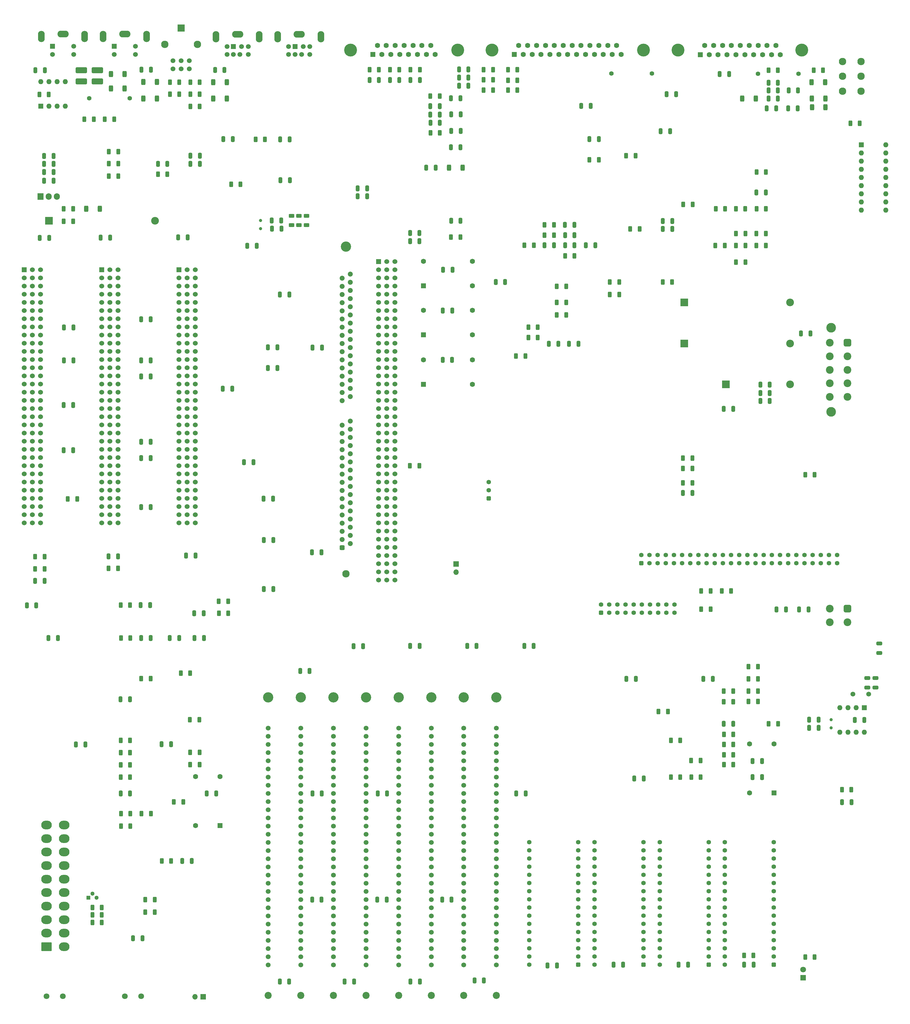
<source format=gbr>
%TF.GenerationSoftware,KiCad,Pcbnew,7.0.9*%
%TF.CreationDate,2024-06-15T20:43:59+01:00*%
%TF.ProjectId,IIci_Reloaded,49496369-5f52-4656-9c6f-616465642e6b,rev?*%
%TF.SameCoordinates,Original*%
%TF.FileFunction,Soldermask,Bot*%
%TF.FilePolarity,Negative*%
%FSLAX46Y46*%
G04 Gerber Fmt 4.6, Leading zero omitted, Abs format (unit mm)*
G04 Created by KiCad (PCBNEW 7.0.9) date 2024-06-15 20:43:59*
%MOMM*%
%LPD*%
G01*
G04 APERTURE LIST*
G04 Aperture macros list*
%AMRoundRect*
0 Rectangle with rounded corners*
0 $1 Rounding radius*
0 $2 $3 $4 $5 $6 $7 $8 $9 X,Y pos of 4 corners*
0 Add a 4 corners polygon primitive as box body*
4,1,4,$2,$3,$4,$5,$6,$7,$8,$9,$2,$3,0*
0 Add four circle primitives for the rounded corners*
1,1,$1+$1,$2,$3*
1,1,$1+$1,$4,$5*
1,1,$1+$1,$6,$7*
1,1,$1+$1,$8,$9*
0 Add four rect primitives between the rounded corners*
20,1,$1+$1,$2,$3,$4,$5,0*
20,1,$1+$1,$4,$5,$6,$7,0*
20,1,$1+$1,$6,$7,$8,$9,0*
20,1,$1+$1,$8,$9,$2,$3,0*%
G04 Aperture macros list end*
%ADD10R,1.600000X1.600000*%
%ADD11O,1.600000X1.600000*%
%ADD12R,2.400000X2.400000*%
%ADD13O,2.400000X2.400000*%
%ADD14RoundRect,0.350000X0.350000X-0.350000X0.350000X0.350000X-0.350000X0.350000X-0.350000X-0.350000X0*%
%ADD15C,1.400000*%
%ADD16O,2.100000X3.500000*%
%ADD17O,3.500000X2.100000*%
%ADD18R,1.500000X1.500000*%
%ADD19C,1.500000*%
%ADD20C,3.000000*%
%ADD21RoundRect,0.600000X-0.600000X0.600000X-0.600000X-0.600000X0.600000X-0.600000X0.600000X0.600000X0*%
%ADD22C,2.400000*%
%ADD23C,3.200000*%
%ADD24C,2.200000*%
%ADD25C,1.600000*%
%ADD26R,1.300000X1.300000*%
%ADD27C,1.300000*%
%ADD28C,1.000000*%
%ADD29R,1.524000X1.524000*%
%ADD30C,1.524000*%
%ADD31RoundRect,0.350000X0.350000X0.350000X-0.350000X0.350000X-0.350000X-0.350000X0.350000X-0.350000X0*%
%ADD32R,1.800000X1.800000*%
%ADD33C,1.800000*%
%ADD34R,1.905000X2.000000*%
%ADD35O,1.905000X2.000000*%
%ADD36C,4.000000*%
%ADD37RoundRect,0.380000X-0.420000X0.380000X-0.420000X-0.380000X0.420000X-0.380000X0.420000X0.380000X0*%
%ADD38O,1.600000X1.520000*%
%ADD39C,2.300000*%
%ADD40R,1.700000X1.700000*%
%ADD41O,1.700000X1.700000*%
%ADD42R,2.300000X2.300000*%
%ADD43RoundRect,0.250001X1.399999X-1.099999X1.399999X1.099999X-1.399999X1.099999X-1.399999X-1.099999X0*%
%ADD44O,3.300000X2.700000*%
%ADD45RoundRect,0.250000X-0.312500X-0.625000X0.312500X-0.625000X0.312500X0.625000X-0.312500X0.625000X0*%
%ADD46RoundRect,0.250000X-0.325000X-0.650000X0.325000X-0.650000X0.325000X0.650000X-0.325000X0.650000X0*%
%ADD47RoundRect,0.250000X0.312500X0.625000X-0.312500X0.625000X-0.312500X-0.625000X0.312500X-0.625000X0*%
%ADD48RoundRect,0.250000X0.325000X0.650000X-0.325000X0.650000X-0.325000X-0.650000X0.325000X-0.650000X0*%
%ADD49RoundRect,0.249999X-0.387501X-0.700001X0.387501X-0.700001X0.387501X0.700001X-0.387501X0.700001X0*%
%ADD50RoundRect,0.250000X0.650000X-0.325000X0.650000X0.325000X-0.650000X0.325000X-0.650000X-0.325000X0*%
%ADD51RoundRect,0.249999X0.387501X0.700001X-0.387501X0.700001X-0.387501X-0.700001X0.387501X-0.700001X0*%
%ADD52RoundRect,0.250000X0.625000X-0.312500X0.625000X0.312500X-0.625000X0.312500X-0.625000X-0.312500X0*%
%ADD53RoundRect,0.250000X-1.500000X-0.650000X1.500000X-0.650000X1.500000X0.650000X-1.500000X0.650000X0*%
%ADD54RoundRect,0.250000X-0.650000X0.325000X-0.650000X-0.325000X0.650000X-0.325000X0.650000X0.325000X0*%
G04 APERTURE END LIST*
D10*
%TO.C,U1*%
X880364000Y30734000D03*
D11*
X880364000Y28194000D03*
X880364000Y25654000D03*
X880364000Y23114000D03*
X880364000Y20574000D03*
X880364000Y18034000D03*
X880364000Y15494000D03*
X880364000Y12954000D03*
X880364000Y10414000D03*
X887984000Y10414000D03*
X887984000Y12954000D03*
X887984000Y15494000D03*
X887984000Y18034000D03*
X887984000Y20574000D03*
X887984000Y23114000D03*
X887984000Y25654000D03*
X887984000Y28194000D03*
X887984000Y30734000D03*
%TD*%
D12*
%TO.C,C8*%
X627464600Y7137400D03*
D13*
X660464600Y7137400D03*
%TD*%
D14*
%TO.C,J16*%
X811880600Y-99390200D03*
D15*
X811880600Y-96850200D03*
X814420600Y-99390200D03*
X814420600Y-96850200D03*
X816960600Y-99390200D03*
X816960600Y-96850200D03*
X819500600Y-99390200D03*
X819500600Y-96850200D03*
X822040600Y-99390200D03*
X822040600Y-96850200D03*
X824580600Y-99390200D03*
X824580600Y-96850200D03*
X827120600Y-99390200D03*
X827120600Y-96850200D03*
X829660600Y-99390200D03*
X829660600Y-96850200D03*
X832200600Y-99390200D03*
X832200600Y-96850200D03*
X834740600Y-99390200D03*
X834740600Y-96850200D03*
X837280600Y-99390200D03*
X837280600Y-96850200D03*
X839820600Y-99390200D03*
X839820600Y-96850200D03*
X842360600Y-99390200D03*
X842360600Y-96850200D03*
X844900600Y-99390200D03*
X844900600Y-96850200D03*
X847440600Y-99390200D03*
X847440600Y-96850200D03*
X849980600Y-99390200D03*
X849980600Y-96850200D03*
X852520600Y-99390200D03*
X852520600Y-96850200D03*
X855060600Y-99390200D03*
X855060600Y-96850200D03*
X857600600Y-99390200D03*
X857600600Y-96850200D03*
X860140600Y-99390200D03*
X860140600Y-96850200D03*
X862680600Y-99390200D03*
X862680600Y-96850200D03*
X865220600Y-99390200D03*
X865220600Y-96850200D03*
X867760600Y-99390200D03*
X867760600Y-96850200D03*
X870300600Y-99390200D03*
X870300600Y-96850200D03*
X872840600Y-99390200D03*
X872840600Y-96850200D03*
%TD*%
D12*
%TO.C,C17*%
X838216000Y-43801800D03*
D13*
X858216000Y-43801800D03*
%TD*%
D16*
%TO.C,J1*%
X625093400Y64416400D03*
D17*
X631843400Y65166400D03*
D16*
X638593400Y64416400D03*
D18*
X628543400Y61366400D03*
D19*
X635143400Y61366400D03*
X628543400Y58866400D03*
X635143400Y58866400D03*
%TD*%
D20*
%TO.C,J14*%
X871002600Y-26161000D03*
X871002600Y-52361000D03*
D21*
X876042600Y-30861000D03*
D22*
X876042600Y-35061000D03*
X876042600Y-39261000D03*
X876042600Y-43461000D03*
X876042600Y-47661000D03*
X870542600Y-30861000D03*
X870542600Y-35061000D03*
X870542600Y-39261000D03*
X870542600Y-43461000D03*
X870542600Y-47661000D03*
%TD*%
D16*
%TO.C,J2*%
X644346600Y64391000D03*
D17*
X651096600Y65141000D03*
D16*
X657846600Y64391000D03*
D18*
X647796600Y61341000D03*
D19*
X654396600Y61341000D03*
X647796600Y58841000D03*
X654396600Y58841000D03*
%TD*%
%TO.C,J20*%
X726194400Y-224358200D03*
X726194400Y-221818200D03*
X726194400Y-219278200D03*
X726194400Y-216738200D03*
X726194400Y-214198200D03*
X726194400Y-211658200D03*
X726194400Y-209118200D03*
X726194400Y-206578200D03*
X726194400Y-204038200D03*
X726194400Y-201498200D03*
X726194400Y-198958200D03*
X726194400Y-196418200D03*
X726194400Y-193878200D03*
X726194400Y-191338200D03*
X726194400Y-188798200D03*
X726194400Y-186258200D03*
X726194400Y-183718200D03*
X726194400Y-181178200D03*
X726194400Y-178638200D03*
X726194400Y-176098200D03*
X726194400Y-173558200D03*
X726194400Y-171018200D03*
X726194400Y-168478200D03*
X726194400Y-165938200D03*
X726194400Y-163398200D03*
X726194400Y-160858200D03*
X726194400Y-158318200D03*
X726194400Y-155778200D03*
X726194400Y-153238200D03*
X726194400Y-150698200D03*
X716034400Y-224358200D03*
X716034400Y-221818200D03*
X716034400Y-219278200D03*
X716034400Y-216738200D03*
X716034400Y-214198200D03*
X716034400Y-211658200D03*
X716034400Y-209118200D03*
X716034400Y-206578200D03*
X716034400Y-204038200D03*
X716034400Y-201498200D03*
X716034400Y-198958200D03*
X716034400Y-196418200D03*
X716034400Y-193878200D03*
X716034400Y-191338200D03*
X716034400Y-188798200D03*
X716034400Y-186258200D03*
X716034400Y-183718200D03*
X716034400Y-181178200D03*
X716034400Y-178638200D03*
X716034400Y-176098200D03*
X716034400Y-173558200D03*
X716034400Y-171018200D03*
X716034400Y-168478200D03*
X716034400Y-165938200D03*
X716034400Y-163398200D03*
X716034400Y-160858200D03*
X716034400Y-158318200D03*
X716034400Y-155778200D03*
X716034400Y-153238200D03*
X716034400Y-150698200D03*
D23*
X716034400Y-141173200D03*
D24*
X716034400Y-233883200D03*
D23*
X726194400Y-141173200D03*
D24*
X726194400Y-233883200D03*
%TD*%
D10*
%TO.C,Y4*%
X744076000Y-43764200D03*
D25*
X759316000Y-43764200D03*
X759316000Y-36144200D03*
X744076000Y-36144200D03*
%TD*%
D26*
%TO.C,Q6*%
X639749800Y-203504800D03*
D27*
X641019800Y-202234800D03*
X642289800Y-203504800D03*
%TD*%
D28*
%TO.C,Y1*%
X693377600Y4648200D03*
X693377600Y7188200D03*
%TD*%
D29*
%TO.C,J9*%
X619743000Y-8153400D03*
D30*
X619743000Y-10693400D03*
X619743000Y-13233400D03*
X619743000Y-15773400D03*
X619743000Y-18313400D03*
X619743000Y-20853400D03*
X619743000Y-23393400D03*
X619743000Y-25933400D03*
X619743000Y-28473400D03*
X619743000Y-31013400D03*
X619743000Y-33553400D03*
X619743000Y-36093400D03*
X619743000Y-38633400D03*
X619743000Y-41173400D03*
X619743000Y-43713400D03*
X619743000Y-46253400D03*
X619743000Y-48793400D03*
X619743000Y-51333400D03*
X619743000Y-53873400D03*
X619743000Y-56413400D03*
X619743000Y-58953400D03*
X619743000Y-61493400D03*
X619743000Y-64033400D03*
X619743000Y-66573400D03*
X619743000Y-69113400D03*
X619743000Y-71653400D03*
X619743000Y-74193400D03*
X619743000Y-76733400D03*
X619743000Y-79273400D03*
X619743000Y-81813400D03*
X619743000Y-84353400D03*
X619743000Y-86893400D03*
X622283000Y-8153400D03*
X622283000Y-10693400D03*
X622283000Y-13233400D03*
X622283000Y-15773400D03*
X622283000Y-18313400D03*
X622283000Y-20853400D03*
X622283000Y-23393400D03*
X622283000Y-25933400D03*
X622283000Y-28473400D03*
X622283000Y-31013400D03*
X622283000Y-33553400D03*
X622283000Y-36093400D03*
X622283000Y-38633400D03*
X622283000Y-41173400D03*
X622283000Y-43713400D03*
X622283000Y-46253400D03*
X622283000Y-48793400D03*
X622283000Y-51333400D03*
X622283000Y-53873400D03*
X622283000Y-56413400D03*
X622283000Y-58953400D03*
X622283000Y-61493400D03*
X622283000Y-64033400D03*
X622283000Y-66573400D03*
X622283000Y-69113400D03*
X622283000Y-71653400D03*
X622283000Y-74193400D03*
X622283000Y-76733400D03*
X622283000Y-79273400D03*
X622283000Y-81813400D03*
X622283000Y-84353400D03*
X622283000Y-86893400D03*
X624823000Y-8153400D03*
X624823000Y-10693400D03*
X624823000Y-13233400D03*
X624823000Y-15773400D03*
X624823000Y-18313400D03*
X624823000Y-20853400D03*
X624823000Y-23393400D03*
X624823000Y-25933400D03*
X624823000Y-28473400D03*
X624823000Y-31013400D03*
X624823000Y-33553400D03*
X624823000Y-36093400D03*
X624823000Y-38633400D03*
X624823000Y-41173400D03*
X624823000Y-43713400D03*
X624823000Y-46253400D03*
X624823000Y-48793400D03*
X624823000Y-51333400D03*
X624823000Y-53873400D03*
X624823000Y-56413400D03*
X624823000Y-58953400D03*
X624823000Y-61493400D03*
X624823000Y-64033400D03*
X624823000Y-66573400D03*
X624823000Y-69113400D03*
X624823000Y-71653400D03*
X624823000Y-74193400D03*
X624823000Y-76733400D03*
X624823000Y-79273400D03*
X624823000Y-81813400D03*
X624823000Y-84353400D03*
X624823000Y-86893400D03*
%TD*%
D31*
%TO.C,UM11*%
X832849000Y-224256600D03*
D15*
X832849000Y-221716600D03*
X832849000Y-219176600D03*
X832849000Y-216636600D03*
X832849000Y-214096600D03*
X832849000Y-211556600D03*
X832849000Y-209016600D03*
X832849000Y-206476600D03*
X832849000Y-203936600D03*
X832849000Y-201396600D03*
X832849000Y-198856600D03*
X832849000Y-196316600D03*
X832849000Y-193776600D03*
X832849000Y-191236600D03*
X832849000Y-188696600D03*
X832849000Y-186156600D03*
X817609000Y-186156600D03*
X817609000Y-188696600D03*
X817609000Y-191236600D03*
X817609000Y-193776600D03*
X817609000Y-196316600D03*
X817609000Y-198856600D03*
X817609000Y-201396600D03*
X817609000Y-203936600D03*
X817609000Y-206476600D03*
X817609000Y-209016600D03*
X817609000Y-211556600D03*
X817609000Y-214096600D03*
X817609000Y-216636600D03*
X817609000Y-219176600D03*
X817609000Y-221716600D03*
X817609000Y-224256600D03*
%TD*%
D12*
%TO.C,C15*%
X825223600Y-31064200D03*
D13*
X858223600Y-31064200D03*
%TD*%
D32*
%TO.C,DS1*%
X862236800Y-228320600D03*
D33*
X862236800Y-225780600D03*
%TD*%
D28*
%TO.C,Y5*%
X870942600Y-148052000D03*
X870942600Y-150592000D03*
%TD*%
D10*
%TO.C,Y6*%
X853169000Y-170840400D03*
D25*
X853169000Y-155600400D03*
X845549000Y-155600400D03*
X845549000Y-170840400D03*
%TD*%
D19*
%TO.C,J22*%
X766783600Y-224358200D03*
X766783600Y-221818200D03*
X766783600Y-219278200D03*
X766783600Y-216738200D03*
X766783600Y-214198200D03*
X766783600Y-211658200D03*
X766783600Y-209118200D03*
X766783600Y-206578200D03*
X766783600Y-204038200D03*
X766783600Y-201498200D03*
X766783600Y-198958200D03*
X766783600Y-196418200D03*
X766783600Y-193878200D03*
X766783600Y-191338200D03*
X766783600Y-188798200D03*
X766783600Y-186258200D03*
X766783600Y-183718200D03*
X766783600Y-181178200D03*
X766783600Y-178638200D03*
X766783600Y-176098200D03*
X766783600Y-173558200D03*
X766783600Y-171018200D03*
X766783600Y-168478200D03*
X766783600Y-165938200D03*
X766783600Y-163398200D03*
X766783600Y-160858200D03*
X766783600Y-158318200D03*
X766783600Y-155778200D03*
X766783600Y-153238200D03*
X766783600Y-150698200D03*
X756623600Y-224358200D03*
X756623600Y-221818200D03*
X756623600Y-219278200D03*
X756623600Y-216738200D03*
X756623600Y-214198200D03*
X756623600Y-211658200D03*
X756623600Y-209118200D03*
X756623600Y-206578200D03*
X756623600Y-204038200D03*
X756623600Y-201498200D03*
X756623600Y-198958200D03*
X756623600Y-196418200D03*
X756623600Y-193878200D03*
X756623600Y-191338200D03*
X756623600Y-188798200D03*
X756623600Y-186258200D03*
X756623600Y-183718200D03*
X756623600Y-181178200D03*
X756623600Y-178638200D03*
X756623600Y-176098200D03*
X756623600Y-173558200D03*
X756623600Y-171018200D03*
X756623600Y-168478200D03*
X756623600Y-165938200D03*
X756623600Y-163398200D03*
X756623600Y-160858200D03*
X756623600Y-158318200D03*
X756623600Y-155778200D03*
X756623600Y-153238200D03*
X756623600Y-150698200D03*
D23*
X756623600Y-141173200D03*
D24*
X756623600Y-233883200D03*
D23*
X766783600Y-141173200D03*
D24*
X766783600Y-233883200D03*
%TD*%
D34*
%TO.C,QZ2*%
X624848400Y14655800D03*
D35*
X627388400Y14655800D03*
X629928400Y14655800D03*
%TD*%
D31*
%TO.C,UM10*%
X812529000Y-224256600D03*
D15*
X812529000Y-221716600D03*
X812529000Y-219176600D03*
X812529000Y-216636600D03*
X812529000Y-214096600D03*
X812529000Y-211556600D03*
X812529000Y-209016600D03*
X812529000Y-206476600D03*
X812529000Y-203936600D03*
X812529000Y-201396600D03*
X812529000Y-198856600D03*
X812529000Y-196316600D03*
X812529000Y-193776600D03*
X812529000Y-191236600D03*
X812529000Y-188696600D03*
X812529000Y-186156600D03*
X797289000Y-186156600D03*
X797289000Y-188696600D03*
X797289000Y-191236600D03*
X797289000Y-193776600D03*
X797289000Y-196316600D03*
X797289000Y-198856600D03*
X797289000Y-201396600D03*
X797289000Y-203936600D03*
X797289000Y-206476600D03*
X797289000Y-209016600D03*
X797289000Y-211556600D03*
X797289000Y-214096600D03*
X797289000Y-216636600D03*
X797289000Y-219176600D03*
X797289000Y-221716600D03*
X797289000Y-224256600D03*
%TD*%
D10*
%TO.C,U2*%
X881303800Y-144348200D03*
D11*
X878763800Y-144348200D03*
X876223800Y-144348200D03*
X873683800Y-144348200D03*
X873683800Y-151968200D03*
X876223800Y-151968200D03*
X878763800Y-151968200D03*
X881303800Y-151968200D03*
%TD*%
D16*
%TO.C,J5*%
X698647600Y64365600D03*
D17*
X705397600Y65115600D03*
D16*
X712147600Y64365600D03*
D18*
X704097600Y61315600D03*
D19*
X706597600Y61315600D03*
X702097600Y61315600D03*
X704097600Y58815600D03*
X708697600Y61315600D03*
X702097600Y58815600D03*
X706097600Y58815600D03*
X708697600Y58815600D03*
%TD*%
D16*
%TO.C,J4*%
X679456000Y64365600D03*
D17*
X686206000Y65115600D03*
D16*
X692956000Y64365600D03*
D18*
X684906000Y61315600D03*
D19*
X687406000Y61315600D03*
X682906000Y61315600D03*
X684906000Y58815600D03*
X689506000Y61315600D03*
X682906000Y58815600D03*
X686906000Y58815600D03*
X689506000Y58815600D03*
%TD*%
D14*
%TO.C,J17*%
X799333000Y-114808000D03*
D15*
X799333000Y-112268000D03*
X801873000Y-114808000D03*
X801873000Y-112268000D03*
X804413000Y-114808000D03*
X804413000Y-112268000D03*
X806953000Y-114808000D03*
X806953000Y-112268000D03*
X809493000Y-114808000D03*
X809493000Y-112268000D03*
X812033000Y-114808000D03*
X812033000Y-112268000D03*
X814573000Y-114808000D03*
X814573000Y-112268000D03*
X817113000Y-114808000D03*
X817113000Y-112268000D03*
X819653000Y-114808000D03*
X819653000Y-112268000D03*
X822193000Y-114808000D03*
X822193000Y-112268000D03*
%TD*%
D10*
%TO.C,L1*%
X624962000Y42722800D03*
D11*
X627502000Y42722800D03*
X630042000Y42722800D03*
X632582000Y42722800D03*
X632582000Y50342800D03*
X630042000Y50342800D03*
X627502000Y50342800D03*
X624962000Y50342800D03*
%TD*%
D10*
%TO.C,Y2*%
X744076000Y-13131800D03*
D25*
X759316000Y-13131800D03*
X759316000Y-5511800D03*
X744076000Y-5511800D03*
%TD*%
D31*
%TO.C,J15*%
X764421400Y-79273400D03*
D15*
X764421400Y-76733400D03*
X764421400Y-74193400D03*
%TD*%
D31*
%TO.C,UM9*%
X792209000Y-224256600D03*
D15*
X792209000Y-221716600D03*
X792209000Y-219176600D03*
X792209000Y-216636600D03*
X792209000Y-214096600D03*
X792209000Y-211556600D03*
X792209000Y-209016600D03*
X792209000Y-206476600D03*
X792209000Y-203936600D03*
X792209000Y-201396600D03*
X792209000Y-198856600D03*
X792209000Y-196316600D03*
X792209000Y-193776600D03*
X792209000Y-191236600D03*
X792209000Y-188696600D03*
X792209000Y-186156600D03*
X776969000Y-186156600D03*
X776969000Y-188696600D03*
X776969000Y-191236600D03*
X776969000Y-193776600D03*
X776969000Y-196316600D03*
X776969000Y-198856600D03*
X776969000Y-201396600D03*
X776969000Y-203936600D03*
X776969000Y-206476600D03*
X776969000Y-209016600D03*
X776969000Y-211556600D03*
X776969000Y-214096600D03*
X776969000Y-216636600D03*
X776969000Y-219176600D03*
X776969000Y-221716600D03*
X776969000Y-224256600D03*
%TD*%
D10*
%TO.C,Y7*%
X680728400Y-181000400D03*
D25*
X680728400Y-165760400D03*
X673108400Y-165760400D03*
X673108400Y-181000400D03*
%TD*%
D36*
%TO.C,J8*%
X861818400Y60195600D03*
X823318400Y60195600D03*
D10*
X830248400Y58775600D03*
D25*
X833018400Y58775600D03*
X835788400Y58775600D03*
X838558400Y58775600D03*
X841328400Y58775600D03*
X844098400Y58775600D03*
X846868400Y58775600D03*
X849638400Y58775600D03*
X852408400Y58775600D03*
X855178400Y58775600D03*
X831633400Y61615600D03*
X834403400Y61615600D03*
X837173400Y61615600D03*
X839943400Y61615600D03*
X842713400Y61615600D03*
X845483400Y61615600D03*
X848253400Y61615600D03*
X851023400Y61615600D03*
X853793400Y61615600D03*
%TD*%
D37*
%TO.C,J12*%
X718777600Y-94564200D03*
D38*
X721317600Y-93294200D03*
X718777600Y-92024200D03*
X721317600Y-90754200D03*
X718777600Y-89484200D03*
X721317600Y-88214200D03*
X718777600Y-86944200D03*
X721317600Y-85674200D03*
X718777600Y-84404200D03*
X721317600Y-83134200D03*
X718777600Y-81864200D03*
X721317600Y-80594200D03*
X718777600Y-79324200D03*
X721317600Y-78054200D03*
X718777600Y-76784200D03*
X721317600Y-75514200D03*
X718777600Y-74244200D03*
X721317600Y-72974200D03*
X718777600Y-71704200D03*
X721317600Y-70434200D03*
X718777600Y-69164200D03*
X721317600Y-67894200D03*
X718777600Y-66624200D03*
X721317600Y-65354200D03*
X718777600Y-64084200D03*
X721317600Y-62814200D03*
X718777600Y-61544200D03*
X721317600Y-60274200D03*
X718777600Y-59004200D03*
X721317600Y-57734200D03*
X718777600Y-56464200D03*
X721317600Y-55194200D03*
X718777600Y-48844200D03*
X721317600Y-47574200D03*
X718777600Y-46304200D03*
X721317600Y-45034200D03*
X718777600Y-43764200D03*
X721317600Y-42494200D03*
X718777600Y-41224200D03*
X721317600Y-39954200D03*
X718777600Y-38684200D03*
X721317600Y-37414200D03*
X718777600Y-36144200D03*
X721317600Y-34874200D03*
X718777600Y-33604200D03*
X721317600Y-32334200D03*
X718777600Y-31064200D03*
X721317600Y-29794200D03*
X718777600Y-28524200D03*
X721317600Y-27254200D03*
X718777600Y-25984200D03*
X721317600Y-24714200D03*
X718777600Y-23444200D03*
X721317600Y-22174200D03*
X718777600Y-20904200D03*
X721317600Y-19634200D03*
X718777600Y-18364200D03*
X721317600Y-17094200D03*
X718777600Y-15824200D03*
X721317600Y-14554200D03*
X718777600Y-13284200D03*
X721317600Y-12014200D03*
X718777600Y-10744200D03*
X721317600Y-9474200D03*
D39*
X719937600Y-102714200D03*
D23*
X719937600Y-964200D03*
%TD*%
D40*
%TO.C,W1*%
X754236000Y-99664600D03*
D41*
X754236000Y-102204600D03*
%TD*%
D12*
%TO.C,C14*%
X825223600Y-18313400D03*
D13*
X858223600Y-18313400D03*
%TD*%
D29*
%TO.C,J13*%
X730131400Y-5613400D03*
D30*
X730131400Y-8153400D03*
X730131400Y-10693400D03*
X730131400Y-13233400D03*
X730131400Y-15773400D03*
X730131400Y-18313400D03*
X730131400Y-20853400D03*
X730131400Y-23393400D03*
X730131400Y-25933400D03*
X730131400Y-28473400D03*
X730131400Y-31013400D03*
X730131400Y-33553400D03*
X730131400Y-36093400D03*
X730131400Y-38633400D03*
X730131400Y-41173400D03*
X730131400Y-43713400D03*
X730131400Y-46253400D03*
X730131400Y-48793400D03*
X730131400Y-51333400D03*
X730131400Y-53873400D03*
X730131400Y-56413400D03*
X730131400Y-58953400D03*
X730131400Y-61493400D03*
X730131400Y-64033400D03*
X730131400Y-66573400D03*
X730131400Y-69113400D03*
X730131400Y-71653400D03*
X730131400Y-74193400D03*
X730131400Y-76733400D03*
X730131400Y-79273400D03*
X730131400Y-81813400D03*
X730131400Y-84353400D03*
X730131400Y-86893400D03*
X730131400Y-89433400D03*
X730131400Y-91973400D03*
X730131400Y-94513400D03*
X730131400Y-97053400D03*
X730131400Y-99593400D03*
X730131400Y-102133400D03*
X730131400Y-104673400D03*
X732671400Y-5613400D03*
X732671400Y-8153400D03*
X732671400Y-10693400D03*
X732671400Y-13233400D03*
X732671400Y-15773400D03*
X732671400Y-18313400D03*
X732671400Y-20853400D03*
X732671400Y-23393400D03*
X732671400Y-25933400D03*
X732671400Y-28473400D03*
X732671400Y-31013400D03*
X732671400Y-33553400D03*
X732671400Y-36093400D03*
X732671400Y-38633400D03*
X732671400Y-41173400D03*
X732671400Y-43713400D03*
X732671400Y-46253400D03*
X732671400Y-48793400D03*
X732671400Y-51333400D03*
X732671400Y-53873400D03*
X732671400Y-56413400D03*
X732671400Y-58953400D03*
X732671400Y-61493400D03*
X732671400Y-64033400D03*
X732671400Y-66573400D03*
X732671400Y-69113400D03*
X732671400Y-71653400D03*
X732671400Y-74193400D03*
X732671400Y-76733400D03*
X732671400Y-79273400D03*
X732671400Y-81813400D03*
X732671400Y-84353400D03*
X732671400Y-86893400D03*
X732671400Y-89433400D03*
X732671400Y-91973400D03*
X732671400Y-94513400D03*
X732671400Y-97053400D03*
X732671400Y-99593400D03*
X732671400Y-102133400D03*
X732671400Y-104673400D03*
X735211400Y-5613400D03*
X735211400Y-8153400D03*
X735211400Y-10693400D03*
X735211400Y-13233400D03*
X735211400Y-15773400D03*
X735211400Y-18313400D03*
X735211400Y-20853400D03*
X735211400Y-23393400D03*
X735211400Y-25933400D03*
X735211400Y-28473400D03*
X735211400Y-31013400D03*
X735211400Y-33553400D03*
X735211400Y-36093400D03*
X735211400Y-38633400D03*
X735211400Y-41173400D03*
X735211400Y-43713400D03*
X735211400Y-46253400D03*
X735211400Y-48793400D03*
X735211400Y-51333400D03*
X735211400Y-53873400D03*
X735211400Y-56413400D03*
X735211400Y-58953400D03*
X735211400Y-61493400D03*
X735211400Y-64033400D03*
X735211400Y-66573400D03*
X735211400Y-69113400D03*
X735211400Y-71653400D03*
X735211400Y-74193400D03*
X735211400Y-76733400D03*
X735211400Y-79273400D03*
X735211400Y-81813400D03*
X735211400Y-84353400D03*
X735211400Y-86893400D03*
X735211400Y-89433400D03*
X735211400Y-91973400D03*
X735211400Y-94513400D03*
X735211400Y-97053400D03*
X735211400Y-99593400D03*
X735211400Y-102133400D03*
X735211400Y-104673400D03*
%TD*%
D10*
%TO.C,Y3*%
X744076000Y-28397200D03*
D25*
X759316000Y-28397200D03*
X759316000Y-20777200D03*
X744076000Y-20777200D03*
%TD*%
D33*
%TO.C,SW1*%
X626753400Y-234137200D03*
X631833400Y-234137200D03*
%TD*%
%TO.C,S3*%
X651061200Y-234137200D03*
X656141200Y-234137200D03*
%TD*%
D15*
%TO.C,ZF2*%
X815170600Y52908200D03*
X802590600Y52908200D03*
%TD*%
D19*
%TO.C,J21*%
X746489000Y-224358200D03*
X746489000Y-221818200D03*
X746489000Y-219278200D03*
X746489000Y-216738200D03*
X746489000Y-214198200D03*
X746489000Y-211658200D03*
X746489000Y-209118200D03*
X746489000Y-206578200D03*
X746489000Y-204038200D03*
X746489000Y-201498200D03*
X746489000Y-198958200D03*
X746489000Y-196418200D03*
X746489000Y-193878200D03*
X746489000Y-191338200D03*
X746489000Y-188798200D03*
X746489000Y-186258200D03*
X746489000Y-183718200D03*
X746489000Y-181178200D03*
X746489000Y-178638200D03*
X746489000Y-176098200D03*
X746489000Y-173558200D03*
X746489000Y-171018200D03*
X746489000Y-168478200D03*
X746489000Y-165938200D03*
X746489000Y-163398200D03*
X746489000Y-160858200D03*
X746489000Y-158318200D03*
X746489000Y-155778200D03*
X746489000Y-153238200D03*
X746489000Y-150698200D03*
X736329000Y-224358200D03*
X736329000Y-221818200D03*
X736329000Y-219278200D03*
X736329000Y-216738200D03*
X736329000Y-214198200D03*
X736329000Y-211658200D03*
X736329000Y-209118200D03*
X736329000Y-206578200D03*
X736329000Y-204038200D03*
X736329000Y-201498200D03*
X736329000Y-198958200D03*
X736329000Y-196418200D03*
X736329000Y-193878200D03*
X736329000Y-191338200D03*
X736329000Y-188798200D03*
X736329000Y-186258200D03*
X736329000Y-183718200D03*
X736329000Y-181178200D03*
X736329000Y-178638200D03*
X736329000Y-176098200D03*
X736329000Y-173558200D03*
X736329000Y-171018200D03*
X736329000Y-168478200D03*
X736329000Y-165938200D03*
X736329000Y-163398200D03*
X736329000Y-160858200D03*
X736329000Y-158318200D03*
X736329000Y-155778200D03*
X736329000Y-153238200D03*
X736329000Y-150698200D03*
D23*
X736329000Y-141173200D03*
D24*
X736329000Y-233883200D03*
D23*
X746489000Y-141173200D03*
D24*
X746489000Y-233883200D03*
%TD*%
D21*
%TO.C,J18*%
X876054400Y-113546200D03*
D22*
X876054400Y-117746200D03*
X870554400Y-113546200D03*
X870554400Y-117746200D03*
%TD*%
D31*
%TO.C,UM12*%
X853092800Y-224256600D03*
D15*
X853092800Y-221716600D03*
X853092800Y-219176600D03*
X853092800Y-216636600D03*
X853092800Y-214096600D03*
X853092800Y-211556600D03*
X853092800Y-209016600D03*
X853092800Y-206476600D03*
X853092800Y-203936600D03*
X853092800Y-201396600D03*
X853092800Y-198856600D03*
X853092800Y-196316600D03*
X853092800Y-193776600D03*
X853092800Y-191236600D03*
X853092800Y-188696600D03*
X853092800Y-186156600D03*
X837852800Y-186156600D03*
X837852800Y-188696600D03*
X837852800Y-191236600D03*
X837852800Y-193776600D03*
X837852800Y-196316600D03*
X837852800Y-198856600D03*
X837852800Y-201396600D03*
X837852800Y-203936600D03*
X837852800Y-206476600D03*
X837852800Y-209016600D03*
X837852800Y-211556600D03*
X837852800Y-214096600D03*
X837852800Y-216636600D03*
X837852800Y-219176600D03*
X837852800Y-221716600D03*
X837852800Y-224256600D03*
%TD*%
D19*
%TO.C,Y8*%
X877787000Y-140131800D03*
X882667000Y-140131800D03*
%TD*%
%TO.C,J19*%
X705899800Y-224358200D03*
X705899800Y-221818200D03*
X705899800Y-219278200D03*
X705899800Y-216738200D03*
X705899800Y-214198200D03*
X705899800Y-211658200D03*
X705899800Y-209118200D03*
X705899800Y-206578200D03*
X705899800Y-204038200D03*
X705899800Y-201498200D03*
X705899800Y-198958200D03*
X705899800Y-196418200D03*
X705899800Y-193878200D03*
X705899800Y-191338200D03*
X705899800Y-188798200D03*
X705899800Y-186258200D03*
X705899800Y-183718200D03*
X705899800Y-181178200D03*
X705899800Y-178638200D03*
X705899800Y-176098200D03*
X705899800Y-173558200D03*
X705899800Y-171018200D03*
X705899800Y-168478200D03*
X705899800Y-165938200D03*
X705899800Y-163398200D03*
X705899800Y-160858200D03*
X705899800Y-158318200D03*
X705899800Y-155778200D03*
X705899800Y-153238200D03*
X705899800Y-150698200D03*
X695739800Y-224358200D03*
X695739800Y-221818200D03*
X695739800Y-219278200D03*
X695739800Y-216738200D03*
X695739800Y-214198200D03*
X695739800Y-211658200D03*
X695739800Y-209118200D03*
X695739800Y-206578200D03*
X695739800Y-204038200D03*
X695739800Y-201498200D03*
X695739800Y-198958200D03*
X695739800Y-196418200D03*
X695739800Y-193878200D03*
X695739800Y-191338200D03*
X695739800Y-188798200D03*
X695739800Y-186258200D03*
X695739800Y-183718200D03*
X695739800Y-181178200D03*
X695739800Y-178638200D03*
X695739800Y-176098200D03*
X695739800Y-173558200D03*
X695739800Y-171018200D03*
X695739800Y-168478200D03*
X695739800Y-165938200D03*
X695739800Y-163398200D03*
X695739800Y-160858200D03*
X695739800Y-158318200D03*
X695739800Y-155778200D03*
X695739800Y-153238200D03*
X695739800Y-150698200D03*
D23*
X695739800Y-141173200D03*
D24*
X695739800Y-233883200D03*
D23*
X705899800Y-141173200D03*
D24*
X705899800Y-233883200D03*
%TD*%
D40*
%TO.C,J23*%
X675470600Y-234315000D03*
D41*
X672930600Y-234315000D03*
%TD*%
D36*
%TO.C,J7*%
X812518400Y60225800D03*
X765418400Y60225800D03*
D10*
X772348400Y58805800D03*
D25*
X775118400Y58805800D03*
X777888400Y58805800D03*
X780658400Y58805800D03*
X783428400Y58805800D03*
X786198400Y58805800D03*
X788968400Y58805800D03*
X791738400Y58805800D03*
X794508400Y58805800D03*
X797278400Y58805800D03*
X800048400Y58805800D03*
X802818400Y58805800D03*
X805588400Y58805800D03*
X773733400Y61645800D03*
X776503400Y61645800D03*
X779273400Y61645800D03*
X782043400Y61645800D03*
X784813400Y61645800D03*
X787583400Y61645800D03*
X790353400Y61645800D03*
X793123400Y61645800D03*
X795893400Y61645800D03*
X798663400Y61645800D03*
X801433400Y61645800D03*
X804203400Y61645800D03*
%TD*%
D15*
%TO.C,ZF1*%
X652592200Y45186600D03*
X640012200Y45186600D03*
%TD*%
D42*
%TO.C,J3*%
X668624600Y67056000D03*
D39*
X663544600Y61976000D03*
X673704600Y61976000D03*
D19*
X671164600Y56896000D03*
X668624600Y56896000D03*
X666084600Y56896000D03*
X671164600Y54356000D03*
X668624600Y54356000D03*
X666084600Y54356000D03*
%TD*%
D43*
%TO.C,J25*%
X626731400Y-218680800D03*
D44*
X626731400Y-214480800D03*
X626731400Y-210280800D03*
X626731400Y-206080800D03*
X626731400Y-201880800D03*
X626731400Y-197680800D03*
X626731400Y-193480800D03*
X626731400Y-189280800D03*
X626731400Y-185080800D03*
X626731400Y-180880800D03*
X632231400Y-218680800D03*
X632231400Y-214480800D03*
X632231400Y-210280800D03*
X632231400Y-206080800D03*
X632231400Y-201880800D03*
X632231400Y-197680800D03*
X632231400Y-193480800D03*
X632231400Y-189280800D03*
X632231400Y-185080800D03*
X632231400Y-180880800D03*
%TD*%
D29*
%TO.C,J11*%
X667926800Y-8153400D03*
D30*
X667926800Y-10693400D03*
X667926800Y-13233400D03*
X667926800Y-15773400D03*
X667926800Y-18313400D03*
X667926800Y-20853400D03*
X667926800Y-23393400D03*
X667926800Y-25933400D03*
X667926800Y-28473400D03*
X667926800Y-31013400D03*
X667926800Y-33553400D03*
X667926800Y-36093400D03*
X667926800Y-38633400D03*
X667926800Y-41173400D03*
X667926800Y-43713400D03*
X667926800Y-46253400D03*
X667926800Y-48793400D03*
X667926800Y-51333400D03*
X667926800Y-53873400D03*
X667926800Y-56413400D03*
X667926800Y-58953400D03*
X667926800Y-61493400D03*
X667926800Y-64033400D03*
X667926800Y-66573400D03*
X667926800Y-69113400D03*
X667926800Y-71653400D03*
X667926800Y-74193400D03*
X667926800Y-76733400D03*
X667926800Y-79273400D03*
X667926800Y-81813400D03*
X667926800Y-84353400D03*
X667926800Y-86893400D03*
X670466800Y-8153400D03*
X670466800Y-10693400D03*
X670466800Y-13233400D03*
X670466800Y-15773400D03*
X670466800Y-18313400D03*
X670466800Y-20853400D03*
X670466800Y-23393400D03*
X670466800Y-25933400D03*
X670466800Y-28473400D03*
X670466800Y-31013400D03*
X670466800Y-33553400D03*
X670466800Y-36093400D03*
X670466800Y-38633400D03*
X670466800Y-41173400D03*
X670466800Y-43713400D03*
X670466800Y-46253400D03*
X670466800Y-48793400D03*
X670466800Y-51333400D03*
X670466800Y-53873400D03*
X670466800Y-56413400D03*
X670466800Y-58953400D03*
X670466800Y-61493400D03*
X670466800Y-64033400D03*
X670466800Y-66573400D03*
X670466800Y-69113400D03*
X670466800Y-71653400D03*
X670466800Y-74193400D03*
X670466800Y-76733400D03*
X670466800Y-79273400D03*
X670466800Y-81813400D03*
X670466800Y-84353400D03*
X670466800Y-86893400D03*
X673006800Y-8153400D03*
X673006800Y-10693400D03*
X673006800Y-13233400D03*
X673006800Y-15773400D03*
X673006800Y-18313400D03*
X673006800Y-20853400D03*
X673006800Y-23393400D03*
X673006800Y-25933400D03*
X673006800Y-28473400D03*
X673006800Y-31013400D03*
X673006800Y-33553400D03*
X673006800Y-36093400D03*
X673006800Y-38633400D03*
X673006800Y-41173400D03*
X673006800Y-43713400D03*
X673006800Y-46253400D03*
X673006800Y-48793400D03*
X673006800Y-51333400D03*
X673006800Y-53873400D03*
X673006800Y-56413400D03*
X673006800Y-58953400D03*
X673006800Y-61493400D03*
X673006800Y-64033400D03*
X673006800Y-66573400D03*
X673006800Y-69113400D03*
X673006800Y-71653400D03*
X673006800Y-74193400D03*
X673006800Y-76733400D03*
X673006800Y-79273400D03*
X673006800Y-81813400D03*
X673006800Y-84353400D03*
X673006800Y-86893400D03*
%TD*%
D39*
%TO.C,S1*%
X874567800Y56619200D03*
X874567800Y52019200D03*
X874567800Y47419200D03*
X880267800Y56619200D03*
X880267800Y52019200D03*
X880267800Y47419200D03*
%TD*%
D29*
%TO.C,J10*%
X643873000Y-8153400D03*
D30*
X643873000Y-10693400D03*
X643873000Y-13233400D03*
X643873000Y-15773400D03*
X643873000Y-18313400D03*
X643873000Y-20853400D03*
X643873000Y-23393400D03*
X643873000Y-25933400D03*
X643873000Y-28473400D03*
X643873000Y-31013400D03*
X643873000Y-33553400D03*
X643873000Y-36093400D03*
X643873000Y-38633400D03*
X643873000Y-41173400D03*
X643873000Y-43713400D03*
X643873000Y-46253400D03*
X643873000Y-48793400D03*
X643873000Y-51333400D03*
X643873000Y-53873400D03*
X643873000Y-56413400D03*
X643873000Y-58953400D03*
X643873000Y-61493400D03*
X643873000Y-64033400D03*
X643873000Y-66573400D03*
X643873000Y-69113400D03*
X643873000Y-71653400D03*
X643873000Y-74193400D03*
X643873000Y-76733400D03*
X643873000Y-79273400D03*
X643873000Y-81813400D03*
X643873000Y-84353400D03*
X643873000Y-86893400D03*
X646413000Y-8153400D03*
X646413000Y-10693400D03*
X646413000Y-13233400D03*
X646413000Y-15773400D03*
X646413000Y-18313400D03*
X646413000Y-20853400D03*
X646413000Y-23393400D03*
X646413000Y-25933400D03*
X646413000Y-28473400D03*
X646413000Y-31013400D03*
X646413000Y-33553400D03*
X646413000Y-36093400D03*
X646413000Y-38633400D03*
X646413000Y-41173400D03*
X646413000Y-43713400D03*
X646413000Y-46253400D03*
X646413000Y-48793400D03*
X646413000Y-51333400D03*
X646413000Y-53873400D03*
X646413000Y-56413400D03*
X646413000Y-58953400D03*
X646413000Y-61493400D03*
X646413000Y-64033400D03*
X646413000Y-66573400D03*
X646413000Y-69113400D03*
X646413000Y-71653400D03*
X646413000Y-74193400D03*
X646413000Y-76733400D03*
X646413000Y-79273400D03*
X646413000Y-81813400D03*
X646413000Y-84353400D03*
X646413000Y-86893400D03*
X648953000Y-8153400D03*
X648953000Y-10693400D03*
X648953000Y-13233400D03*
X648953000Y-15773400D03*
X648953000Y-18313400D03*
X648953000Y-20853400D03*
X648953000Y-23393400D03*
X648953000Y-25933400D03*
X648953000Y-28473400D03*
X648953000Y-31013400D03*
X648953000Y-33553400D03*
X648953000Y-36093400D03*
X648953000Y-38633400D03*
X648953000Y-41173400D03*
X648953000Y-43713400D03*
X648953000Y-46253400D03*
X648953000Y-48793400D03*
X648953000Y-51333400D03*
X648953000Y-53873400D03*
X648953000Y-56413400D03*
X648953000Y-58953400D03*
X648953000Y-61493400D03*
X648953000Y-64033400D03*
X648953000Y-66573400D03*
X648953000Y-69113400D03*
X648953000Y-71653400D03*
X648953000Y-74193400D03*
X648953000Y-76733400D03*
X648953000Y-79273400D03*
X648953000Y-81813400D03*
X648953000Y-84353400D03*
X648953000Y-86893400D03*
%TD*%
D36*
%TO.C,J6*%
X754692800Y60225800D03*
X721392800Y60225800D03*
D10*
X728347800Y58805800D03*
D25*
X731117800Y58805800D03*
X733887800Y58805800D03*
X736657800Y58805800D03*
X739427800Y58805800D03*
X742197800Y58805800D03*
X744967800Y58805800D03*
X747737800Y58805800D03*
X729732800Y61645800D03*
X732502800Y61645800D03*
X735272800Y61645800D03*
X738042800Y61645800D03*
X740812800Y61645800D03*
X743582800Y61645800D03*
X746352800Y61645800D03*
%TD*%
D15*
%TO.C,ZF3*%
X848216000Y52855800D03*
X860796000Y52855800D03*
%TD*%
D45*
%TO.C,R72*%
X649801900Y-112445800D03*
X652726900Y-112445800D03*
%TD*%
D46*
%TO.C,C72*%
X781717000Y-558800D03*
X784667000Y-558800D03*
%TD*%
D47*
%TO.C,R58*%
X827783700Y-66725800D03*
X824858700Y-66725800D03*
%TD*%
D48*
%TO.C,C103*%
X827796200Y-77597000D03*
X824846200Y-77597000D03*
%TD*%
%TO.C,C153*%
X762899200Y-229209600D03*
X759949200Y-229209600D03*
%TD*%
D46*
%TO.C,C57*%
X625991400Y22225000D03*
X628941400Y22225000D03*
%TD*%
D48*
%TO.C,C67*%
X699805600Y7162800D03*
X696855600Y7162800D03*
%TD*%
D47*
%TO.C,R114*%
X643919400Y-208838800D03*
X640994400Y-208838800D03*
%TD*%
D48*
%TO.C,C112*%
X658987800Y-112471200D03*
X656037800Y-112471200D03*
%TD*%
D49*
%TO.C,L2*%
X646764300Y52755800D03*
X650989300Y52755800D03*
%TD*%
D47*
%TO.C,R2*%
X854413600Y53949600D03*
X851488600Y53949600D03*
%TD*%
D48*
%TO.C,C115*%
X863938600Y-113792000D03*
X860988600Y-113792000D03*
%TD*%
%TO.C,C142*%
X652739400Y-171069000D03*
X649789400Y-171069000D03*
%TD*%
D46*
%TO.C,C129*%
X864112800Y-148056600D03*
X867062800Y-148056600D03*
%TD*%
D47*
%TO.C,R110*%
X846793600Y-221411800D03*
X843868600Y-221411800D03*
%TD*%
D45*
%TO.C,R27*%
X847744100Y22250400D03*
X850669100Y22250400D03*
%TD*%
%TO.C,R87*%
X837609500Y-155829000D03*
X840534500Y-155829000D03*
%TD*%
%TO.C,R85*%
X837609500Y-152628600D03*
X840534500Y-152628600D03*
%TD*%
D48*
%TO.C,C146*%
X712353200Y-204038200D03*
X709403200Y-204038200D03*
%TD*%
D46*
%TO.C,C151*%
X803230800Y-224256600D03*
X806180800Y-224256600D03*
%TD*%
D48*
%TO.C,C98*%
X840521600Y-51409600D03*
X837571600Y-51409600D03*
%TD*%
D45*
%TO.C,R12*%
X770375700Y47752000D03*
X773300700Y47752000D03*
%TD*%
D46*
%TO.C,C119*%
X722331800Y-125222000D03*
X725281800Y-125222000D03*
%TD*%
D48*
%TO.C,C107*%
X712327800Y-95986600D03*
X709377800Y-95986600D03*
%TD*%
D46*
%TO.C,C82*%
X632111000Y-26085800D03*
X635061000Y-26085800D03*
%TD*%
D48*
%TO.C,C59*%
X726551800Y17170400D03*
X723601800Y17170400D03*
%TD*%
D46*
%TO.C,C89*%
X656215600Y-36296600D03*
X659165600Y-36296600D03*
%TD*%
D47*
%TO.C,R56*%
X779650700Y-26009600D03*
X776725700Y-26009600D03*
%TD*%
D45*
%TO.C,R68*%
X830533600Y-108051600D03*
X833458600Y-108051600D03*
%TD*%
D46*
%TO.C,C100*%
X632034800Y-64262000D03*
X634984800Y-64262000D03*
%TD*%
D45*
%TO.C,R90*%
X827373300Y-160782000D03*
X830298300Y-160782000D03*
%TD*%
%TO.C,R101*%
X656278900Y-177292000D03*
X659203900Y-177292000D03*
%TD*%
D48*
%TO.C,C121*%
X668004800Y-122732800D03*
X665054800Y-122732800D03*
%TD*%
D47*
%TO.C,R52*%
X788515300Y-13284200D03*
X785590300Y-13284200D03*
%TD*%
D45*
%TO.C,R41*%
X781754900Y2590800D03*
X784679900Y2590800D03*
%TD*%
D47*
%TO.C,R100*%
X669262300Y-173659800D03*
X666337300Y-173659800D03*
%TD*%
D50*
%TO.C,C160*%
X882218200Y-138128800D03*
X882218200Y-135178800D03*
%TD*%
D46*
%TO.C,C42*%
X857576600Y42062400D03*
X860526600Y42062400D03*
%TD*%
D47*
%TO.C,R9*%
X765706100Y50977800D03*
X762781100Y50977800D03*
%TD*%
D45*
%TO.C,R93*%
X649801900Y-158343600D03*
X652726900Y-158343600D03*
%TD*%
D46*
%TO.C,C75*%
X624592600Y1803400D03*
X627542600Y1803400D03*
%TD*%
D45*
%TO.C,R79*%
X845254900Y-142392400D03*
X848179900Y-142392400D03*
%TD*%
D47*
%TO.C,R33*%
X850669100Y10845800D03*
X847744100Y10845800D03*
%TD*%
D46*
%TO.C,C126*%
X831221600Y-135432800D03*
X834171600Y-135432800D03*
%TD*%
D48*
%TO.C,C161*%
X881331000Y-148158200D03*
X878381000Y-148158200D03*
%TD*%
D45*
%TO.C,R6*%
X733621900Y54051200D03*
X736546900Y54051200D03*
%TD*%
D48*
%TO.C,C97*%
X851873600Y-48945800D03*
X848923600Y-48945800D03*
%TD*%
D51*
%TO.C,L13*%
X643267700Y10845800D03*
X639042700Y10845800D03*
%TD*%
D48*
%TO.C,C62*%
X850630800Y15875000D03*
X847680800Y15875000D03*
%TD*%
D46*
%TO.C,C68*%
X788143200Y2590800D03*
X791093200Y2590800D03*
%TD*%
D51*
%TO.C,L11*%
X661068800Y45110400D03*
X656843800Y45110400D03*
%TD*%
D46*
%TO.C,C48*%
X699471800Y32410400D03*
X702421800Y32410400D03*
%TD*%
D45*
%TO.C,R17*%
X624503500Y46405800D03*
X627428500Y46405800D03*
%TD*%
D47*
%TO.C,R62*%
X827783700Y-74447400D03*
X824858700Y-74447400D03*
%TD*%
D48*
%TO.C,C147*%
X656600200Y-216103200D03*
X653650200Y-216103200D03*
%TD*%
D45*
%TO.C,R67*%
X836913000Y-108051600D03*
X839838000Y-108051600D03*
%TD*%
D46*
%TO.C,C145*%
X729697800Y-204038200D03*
X732647800Y-204038200D03*
%TD*%
D48*
%TO.C,C76*%
X692160200Y-660400D03*
X689210200Y-660400D03*
%TD*%
D46*
%TO.C,C105*%
X656164800Y-81965800D03*
X659114800Y-81965800D03*
%TD*%
D48*
%TO.C,C31*%
X730209400Y50850800D03*
X727259400Y50850800D03*
%TD*%
D45*
%TO.C,R80*%
X837533300Y-139217400D03*
X840458300Y-139217400D03*
%TD*%
D48*
%TO.C,C55*%
X664347200Y24765000D03*
X661397200Y24765000D03*
%TD*%
D49*
%TO.C,L3*%
X864895200Y50190400D03*
X869120200Y50190400D03*
%TD*%
D46*
%TO.C,C111*%
X623170200Y-104927400D03*
X626120200Y-104927400D03*
%TD*%
%TO.C,C46*%
X752737400Y35052000D03*
X755687400Y35052000D03*
%TD*%
D47*
%TO.C,R82*%
X820138300Y-145542000D03*
X817213300Y-145542000D03*
%TD*%
%TO.C,R86*%
X824024500Y-154508200D03*
X821099500Y-154508200D03*
%TD*%
%TO.C,R47*%
X755571500Y2006600D03*
X752646500Y2006600D03*
%TD*%
D46*
%TO.C,C58*%
X699499000Y19735800D03*
X702449000Y19735800D03*
%TD*%
D48*
%TO.C,C37*%
X796122400Y42799000D03*
X793172400Y42799000D03*
%TD*%
D47*
%TO.C,R77*%
X659102300Y-135331200D03*
X656177300Y-135331200D03*
%TD*%
D45*
%TO.C,R24*%
X807144200Y27330400D03*
X810069200Y27330400D03*
%TD*%
%TO.C,R99*%
X874337900Y-169824400D03*
X877262900Y-169824400D03*
%TD*%
D46*
%TO.C,C35*%
X755123200Y49072800D03*
X758073200Y49072800D03*
%TD*%
%TO.C,C29*%
X739984800Y50850800D03*
X742934800Y50850800D03*
%TD*%
D45*
%TO.C,R102*%
X649878100Y-177292000D03*
X652803100Y-177292000D03*
%TD*%
D48*
%TO.C,C106*%
X697341800Y-92176600D03*
X694391800Y-92176600D03*
%TD*%
D46*
%TO.C,C92*%
X656215600Y-41325800D03*
X659165600Y-41325800D03*
%TD*%
D48*
%TO.C,C127*%
X810168600Y-135432800D03*
X807218600Y-135432800D03*
%TD*%
%TO.C,C70*%
X797595600Y-558800D03*
X794645600Y-558800D03*
%TD*%
D46*
%TO.C,C28*%
X755123200Y51612800D03*
X758073200Y51612800D03*
%TD*%
D48*
%TO.C,C110*%
X697341800Y-107467400D03*
X694391800Y-107467400D03*
%TD*%
D47*
%TO.C,R20*%
X641423900Y38709600D03*
X638498900Y38709600D03*
%TD*%
D46*
%TO.C,C30*%
X733609400Y50850800D03*
X736559400Y50850800D03*
%TD*%
D45*
%TO.C,R81*%
X837533300Y-142468600D03*
X840458300Y-142468600D03*
%TD*%
D46*
%TO.C,C40*%
X752737400Y40208200D03*
X755687400Y40208200D03*
%TD*%
D48*
%TO.C,C34*%
X822692600Y46456600D03*
X819742600Y46456600D03*
%TD*%
D47*
%TO.C,R29*%
X664334700Y21615400D03*
X661409700Y21615400D03*
%TD*%
D46*
%TO.C,C80*%
X750068600Y-20802600D03*
X753018600Y-20802600D03*
%TD*%
D47*
%TO.C,R106*%
X660372300Y-207924400D03*
X657447300Y-207924400D03*
%TD*%
D46*
%TO.C,C135*%
X846488800Y-165989000D03*
X849438800Y-165989000D03*
%TD*%
D48*
%TO.C,C140*%
X712429400Y-171018200D03*
X709479400Y-171018200D03*
%TD*%
D47*
%TO.C,R115*%
X643919400Y-206476600D03*
X640994400Y-206476600D03*
%TD*%
D48*
%TO.C,C137*%
X877300800Y-173710600D03*
X874350800Y-173710600D03*
%TD*%
D45*
%TO.C,R15*%
X671482800Y46431200D03*
X674407800Y46431200D03*
%TD*%
%TO.C,R70*%
X830508200Y-113741200D03*
X833433200Y-113741200D03*
%TD*%
D47*
%TO.C,R48*%
X791080700Y-3810000D03*
X788155700Y-3810000D03*
%TD*%
D45*
%TO.C,R94*%
X671442700Y-162077400D03*
X674367700Y-162077400D03*
%TD*%
D47*
%TO.C,R34*%
X844242900Y10845800D03*
X841317900Y10845800D03*
%TD*%
%TO.C,R50*%
X821484500Y-11988800D03*
X818559500Y-11988800D03*
%TD*%
D46*
%TO.C,C99*%
X656190200Y-61645800D03*
X659140200Y-61645800D03*
%TD*%
%TO.C,C44*%
X746233200Y37592000D03*
X749183200Y37592000D03*
%TD*%
D45*
%TO.C,R51*%
X802074900Y-11988800D03*
X804999900Y-11988800D03*
%TD*%
D46*
%TO.C,C96*%
X632034800Y-50190400D03*
X634984800Y-50190400D03*
%TD*%
D50*
%TO.C,C159*%
X884783600Y-138125200D03*
X884783600Y-135175200D03*
%TD*%
D46*
%TO.C,C36*%
X851463600Y45110400D03*
X854413600Y45110400D03*
%TD*%
D48*
%TO.C,C69*%
X699832800Y4648200D03*
X696882800Y4648200D03*
%TD*%
D45*
%TO.C,R10*%
X671493500Y50165000D03*
X674418500Y50165000D03*
%TD*%
D46*
%TO.C,C149*%
X843870800Y-224256600D03*
X846820800Y-224256600D03*
%TD*%
D51*
%TO.C,L5*%
X661073100Y50241200D03*
X656848100Y50241200D03*
%TD*%
D48*
%TO.C,C141*%
X679561800Y-171043600D03*
X676611800Y-171043600D03*
%TD*%
D46*
%TO.C,C84*%
X789387800Y-31140400D03*
X792337800Y-31140400D03*
%TD*%
D47*
%TO.C,R45*%
X837867500Y-609600D03*
X834942500Y-609600D03*
%TD*%
D46*
%TO.C,C41*%
X746207800Y40132000D03*
X749157800Y40132000D03*
%TD*%
%TO.C,C150*%
X823500000Y-224256600D03*
X826450000Y-224256600D03*
%TD*%
D47*
%TO.C,R83*%
X854453700Y-149377400D03*
X851528700Y-149377400D03*
%TD*%
%TO.C,R43*%
X850618300Y-635000D03*
X847693300Y-635000D03*
%TD*%
D48*
%TO.C,C23*%
X682127200Y53975000D03*
X679177200Y53975000D03*
%TD*%
D47*
%TO.C,R60*%
X827783700Y-69977000D03*
X824858700Y-69977000D03*
%TD*%
D46*
%TO.C,C116*%
X775443200Y-125171200D03*
X778393200Y-125171200D03*
%TD*%
D45*
%TO.C,R11*%
X665143500Y50165000D03*
X668068500Y50165000D03*
%TD*%
D47*
%TO.C,R65*%
X648967700Y-101041200D03*
X646042700Y-101041200D03*
%TD*%
D46*
%TO.C,C43*%
X850921800Y42062400D03*
X853871800Y42062400D03*
%TD*%
%TO.C,C52*%
X625989600Y27279600D03*
X628939600Y27279600D03*
%TD*%
D45*
%TO.C,R28*%
X646118900Y24892000D03*
X649043900Y24892000D03*
%TD*%
D47*
%TO.C,R1*%
X868476400Y53949600D03*
X865551400Y53949600D03*
%TD*%
D45*
%TO.C,R73*%
X649903500Y-122707400D03*
X652828500Y-122707400D03*
%TD*%
D47*
%TO.C,R61*%
X742795300Y-69113400D03*
X739870300Y-69113400D03*
%TD*%
D46*
%TO.C,C45*%
X817886600Y34975800D03*
X820836600Y34975800D03*
%TD*%
D48*
%TO.C,C47*%
X798660600Y32461200D03*
X795710600Y32461200D03*
%TD*%
%TO.C,C79*%
X702318400Y-15849600D03*
X699368400Y-15849600D03*
%TD*%
D46*
%TO.C,C65*%
X752661200Y7112000D03*
X755611200Y7112000D03*
%TD*%
%TO.C,C51*%
X671481000Y27355800D03*
X674431000Y27355800D03*
%TD*%
D45*
%TO.C,R21*%
X876979500Y37439600D03*
X879904500Y37439600D03*
%TD*%
D47*
%TO.C,R59*%
X865832900Y-71932800D03*
X862907900Y-71932800D03*
%TD*%
D48*
%TO.C,C73*%
X670621000Y1905000D03*
X667671000Y1905000D03*
%TD*%
D46*
%TO.C,C101*%
X688168800Y-67995800D03*
X691118800Y-67995800D03*
%TD*%
D45*
%TO.C,R71*%
X680358100Y-115011200D03*
X683283100Y-115011200D03*
%TD*%
D46*
%TO.C,C144*%
X749865400Y-204063600D03*
X752815400Y-204063600D03*
%TD*%
D45*
%TO.C,R69*%
X680343400Y-111226600D03*
X683268400Y-111226600D03*
%TD*%
D47*
%TO.C,R42*%
X634997700Y6959600D03*
X632072700Y6959600D03*
%TD*%
D45*
%TO.C,R14*%
X746220300Y45897800D03*
X749145300Y45897800D03*
%TD*%
D46*
%TO.C,C38*%
X752608600Y45237400D03*
X755558600Y45237400D03*
%TD*%
D45*
%TO.C,R3*%
X770375700Y54076600D03*
X773300700Y54076600D03*
%TD*%
D49*
%TO.C,L7*%
X864980000Y45085000D03*
X869205000Y45085000D03*
%TD*%
D45*
%TO.C,R112*%
X776725700Y-29260800D03*
X779650700Y-29260800D03*
%TD*%
D46*
%TO.C,C71*%
X788143200Y-558800D03*
X791093200Y-558800D03*
%TD*%
%TO.C,C49*%
X681742600Y32486600D03*
X684692600Y32486600D03*
%TD*%
D48*
%TO.C,C125*%
X708619400Y-132918200D03*
X705669400Y-132918200D03*
%TD*%
D47*
%TO.C,R104*%
X665503100Y-192024000D03*
X662578100Y-192024000D03*
%TD*%
D45*
%TO.C,R5*%
X739997300Y54051200D03*
X742922300Y54051200D03*
%TD*%
D46*
%TO.C,C93*%
X848925400Y-43891200D03*
X851875400Y-43891200D03*
%TD*%
%TO.C,C132*%
X662540200Y-155727400D03*
X665490200Y-155727400D03*
%TD*%
%TO.C,C108*%
X670134800Y-97053400D03*
X673084800Y-97053400D03*
%TD*%
%TO.C,C77*%
X750144800Y-8178800D03*
X753094800Y-8178800D03*
%TD*%
D48*
%TO.C,C113*%
X623529400Y-112522000D03*
X620579400Y-112522000D03*
%TD*%
D46*
%TO.C,C157*%
X739883200Y3276600D03*
X742833200Y3276600D03*
%TD*%
D45*
%TO.C,R22*%
X746245700Y34442400D03*
X749170700Y34442400D03*
%TD*%
D46*
%TO.C,C60*%
X625991400Y19558000D03*
X628941400Y19558000D03*
%TD*%
%TO.C,C134*%
X846487000Y-160934400D03*
X849437000Y-160934400D03*
%TD*%
%TO.C,C88*%
X750043200Y-36195000D03*
X752993200Y-36195000D03*
%TD*%
%TO.C,C91*%
X695609200Y-38684200D03*
X698559200Y-38684200D03*
%TD*%
D48*
%TO.C,C86*%
X712480200Y-32385000D03*
X709530200Y-32385000D03*
%TD*%
D47*
%TO.C,R63*%
X636278400Y-79400400D03*
X633353400Y-79400400D03*
%TD*%
D45*
%TO.C,R74*%
X845254900Y-131622800D03*
X848179900Y-131622800D03*
%TD*%
D48*
%TO.C,C83*%
X864550000Y-27940000D03*
X861600000Y-27940000D03*
%TD*%
D52*
%TO.C,R109*%
X702978800Y5736400D03*
X702978800Y8661400D03*
%TD*%
D48*
%TO.C,C123*%
X630233200Y-122732800D03*
X627283200Y-122732800D03*
%TD*%
D53*
%TO.C,D10*%
X637556400Y50419000D03*
X642556400Y50419000D03*
%TD*%
D46*
%TO.C,C131*%
X864112800Y-150596600D03*
X867062800Y-150596600D03*
%TD*%
D51*
%TO.C,L12*%
X756221500Y23622000D03*
X751996500Y23622000D03*
%TD*%
D45*
%TO.C,R57*%
X772890300Y-34975800D03*
X775815300Y-34975800D03*
%TD*%
%TO.C,R91*%
X671442700Y-158292800D03*
X674367700Y-158292800D03*
%TD*%
D48*
%TO.C,C78*%
X769503200Y-11988800D03*
X766553200Y-11988800D03*
%TD*%
D45*
%TO.C,R66*%
X623182700Y-101219000D03*
X626107700Y-101219000D03*
%TD*%
%TO.C,R88*%
X649801900Y-154508200D03*
X652726900Y-154508200D03*
%TD*%
D48*
%TO.C,C136*%
X812632400Y-166420800D03*
X809682400Y-166420800D03*
%TD*%
D47*
%TO.C,R19*%
X647773900Y38709600D03*
X644848900Y38709600D03*
%TD*%
D52*
%TO.C,R108*%
X705315600Y5736400D03*
X705315600Y8661400D03*
%TD*%
D46*
%TO.C,C81*%
X656164800Y-23520400D03*
X659114800Y-23520400D03*
%TD*%
D47*
%TO.C,R35*%
X837969100Y10845800D03*
X835044100Y10845800D03*
%TD*%
D45*
%TO.C,R46*%
X775506500Y-558800D03*
X778431500Y-558800D03*
%TD*%
D46*
%TO.C,C63*%
X818597800Y7010400D03*
X821547800Y7010400D03*
%TD*%
D49*
%TO.C,L4*%
X678615900Y50190400D03*
X682840900Y50190400D03*
%TD*%
D46*
%TO.C,C104*%
X694290200Y-79349600D03*
X697240200Y-79349600D03*
%TD*%
D45*
%TO.C,R40*%
X808450300Y4546600D03*
X811375300Y4546600D03*
%TD*%
D48*
%TO.C,C33*%
X854413600Y47675800D03*
X851463600Y47675800D03*
%TD*%
%TO.C,C156*%
X702269400Y-229514400D03*
X699319400Y-229514400D03*
%TD*%
D46*
%TO.C,C130*%
X837571600Y-149402800D03*
X840521600Y-149402800D03*
%TD*%
%TO.C,C120*%
X672751000Y-122732800D03*
X675701000Y-122732800D03*
%TD*%
D47*
%TO.C,R13*%
X765706100Y47701200D03*
X762781100Y47701200D03*
%TD*%
D45*
%TO.C,R84*%
X671366500Y-148132800D03*
X674291500Y-148132800D03*
%TD*%
D46*
%TO.C,C118*%
X739908600Y-125171200D03*
X742858600Y-125171200D03*
%TD*%
D48*
%TO.C,C124*%
X856928200Y-113792000D03*
X853978200Y-113792000D03*
%TD*%
D47*
%TO.C,R36*%
X634997700Y10845800D03*
X632072700Y10845800D03*
%TD*%
D45*
%TO.C,R32*%
X824949600Y12217400D03*
X827874600Y12217400D03*
%TD*%
D48*
%TO.C,C158*%
X742833200Y736600D03*
X739883200Y736600D03*
%TD*%
D46*
%TO.C,C117*%
X757663200Y-125171200D03*
X760613200Y-125171200D03*
%TD*%
D48*
%TO.C,C138*%
X775878600Y-171018200D03*
X772928600Y-171018200D03*
%TD*%
D46*
%TO.C,C143*%
X668941000Y-192049400D03*
X671891000Y-192049400D03*
%TD*%
D48*
%TO.C,C128*%
X652688600Y-141706600D03*
X649738600Y-141706600D03*
%TD*%
D46*
%TO.C,C94*%
X681615600Y-45110400D03*
X684565600Y-45110400D03*
%TD*%
%TO.C,C53*%
X744936000Y23622000D03*
X747886000Y23622000D03*
%TD*%
D47*
%TO.C,R98*%
X652726900Y-165989000D03*
X649801900Y-165989000D03*
%TD*%
D45*
%TO.C,R103*%
X649878100Y-181178200D03*
X652803100Y-181178200D03*
%TD*%
D48*
%TO.C,C114*%
X675650200Y-115011200D03*
X672700200Y-115011200D03*
%TD*%
D47*
%TO.C,R49*%
X844268300Y-5740400D03*
X841343300Y-5740400D03*
%TD*%
%TO.C,R31*%
X687103800Y18415000D03*
X684178800Y18415000D03*
%TD*%
%TO.C,R44*%
X844293700Y-609600D03*
X841368700Y-609600D03*
%TD*%
%TO.C,R75*%
X848179900Y-135356600D03*
X845254900Y-135356600D03*
%TD*%
D51*
%TO.C,L8*%
X847530200Y45135800D03*
X843305200Y45135800D03*
%TD*%
D48*
%TO.C,C154*%
X742960200Y-229514400D03*
X740010200Y-229514400D03*
%TD*%
D46*
%TO.C,C27*%
X851463600Y50038000D03*
X854413600Y50038000D03*
%TD*%
D45*
%TO.C,R76*%
X668532400Y-133629400D03*
X671457400Y-133629400D03*
%TD*%
%TO.C,R37*%
X781754900Y5791200D03*
X784679900Y5791200D03*
%TD*%
D46*
%TO.C,C66*%
X818599600Y4597400D03*
X821549600Y4597400D03*
%TD*%
D47*
%TO.C,R23*%
X694738500Y32435800D03*
X691813500Y32435800D03*
%TD*%
D45*
%TO.C,R89*%
X837609500Y-158978600D03*
X840534500Y-158978600D03*
%TD*%
D46*
%TO.C,C26*%
X623271800Y53949600D03*
X626221800Y53949600D03*
%TD*%
D45*
%TO.C,R53*%
X802074900Y-15875000D03*
X804999900Y-15875000D03*
%TD*%
D47*
%TO.C,R97*%
X824024500Y-165938200D03*
X821099500Y-165938200D03*
%TD*%
D46*
%TO.C,C152*%
X782656800Y-224510600D03*
X785606800Y-224510600D03*
%TD*%
D45*
%TO.C,R8*%
X770375700Y50825400D03*
X773300700Y50825400D03*
%TD*%
D47*
%TO.C,R95*%
X652726900Y-162128200D03*
X649801900Y-162128200D03*
%TD*%
%TO.C,R38*%
X850618300Y3149600D03*
X847693300Y3149600D03*
%TD*%
D48*
%TO.C,C32*%
X860687400Y47675800D03*
X857737400Y47675800D03*
%TD*%
D46*
%TO.C,C133*%
X635870200Y-155803600D03*
X638820200Y-155803600D03*
%TD*%
D47*
%TO.C,R16*%
X668068500Y46431200D03*
X665143500Y46431200D03*
%TD*%
%TO.C,R26*%
X649043900Y28575000D03*
X646118900Y28575000D03*
%TD*%
%TO.C,R55*%
X788515300Y-22174200D03*
X785590300Y-22174200D03*
%TD*%
D45*
%TO.C,R30*%
X646118900Y20955000D03*
X649043900Y20955000D03*
%TD*%
D53*
%TO.C,D9*%
X637531000Y53898800D03*
X642531000Y53898800D03*
%TD*%
D48*
%TO.C,C109*%
X648954800Y-97307400D03*
X646004800Y-97307400D03*
%TD*%
D47*
%TO.C,R96*%
X830349100Y-165938200D03*
X827424100Y-165938200D03*
%TD*%
%TO.C,R54*%
X788515300Y-18313400D03*
X785590300Y-18313400D03*
%TD*%
D48*
%TO.C,C122*%
X659165600Y-122732800D03*
X656215600Y-122732800D03*
%TD*%
D46*
%TO.C,C22*%
X836301600Y52730400D03*
X839251600Y52730400D03*
%TD*%
D48*
%TO.C,C61*%
X726551800Y14757400D03*
X723601800Y14757400D03*
%TD*%
D46*
%TO.C,C90*%
X632161800Y-36372800D03*
X635111800Y-36372800D03*
%TD*%
%TO.C,C24*%
X656241000Y54051200D03*
X659191000Y54051200D03*
%TD*%
D52*
%TO.C,R107*%
X707652400Y5736400D03*
X707652400Y8661400D03*
%TD*%
D48*
%TO.C,C87*%
X698559200Y-32308800D03*
X695609200Y-32308800D03*
%TD*%
D46*
%TO.C,C102*%
X656190200Y-66751200D03*
X659140200Y-66751200D03*
%TD*%
%TO.C,C21*%
X755121400Y54152800D03*
X758071400Y54152800D03*
%TD*%
%TO.C,C50*%
X752608600Y29921200D03*
X755558600Y29921200D03*
%TD*%
D45*
%TO.C,R78*%
X845254900Y-139242800D03*
X848179900Y-139242800D03*
%TD*%
D46*
%TO.C,C56*%
X625989600Y24765000D03*
X628939600Y24765000D03*
%TD*%
D48*
%TO.C,C85*%
X786064000Y-31140400D03*
X783114000Y-31140400D03*
%TD*%
%TO.C,C54*%
X674432800Y24815800D03*
X671482800Y24815800D03*
%TD*%
D45*
%TO.C,R113*%
X640994400Y-211175600D03*
X643919400Y-211175600D03*
%TD*%
D54*
%TO.C,C148*%
X885985800Y-124382000D03*
X885985800Y-127332000D03*
%TD*%
D47*
%TO.C,R111*%
X865832900Y-221919800D03*
X862907900Y-221919800D03*
%TD*%
D46*
%TO.C,C139*%
X729799400Y-171069000D03*
X732749400Y-171069000D03*
%TD*%
D47*
%TO.C,R105*%
X660372300Y-204089000D03*
X657447300Y-204089000D03*
%TD*%
D48*
%TO.C,C74*%
X646516400Y1854200D03*
X643566400Y1854200D03*
%TD*%
D47*
%TO.C,R18*%
X674418500Y42646600D03*
X671493500Y42646600D03*
%TD*%
D48*
%TO.C,C95*%
X851875400Y-46482000D03*
X848925400Y-46482000D03*
%TD*%
D47*
%TO.C,R64*%
X626107700Y-97358200D03*
X623182700Y-97358200D03*
%TD*%
D51*
%TO.C,L6*%
X650989300Y48234600D03*
X646764300Y48234600D03*
%TD*%
D47*
%TO.C,R39*%
X844293700Y3149600D03*
X841368700Y3149600D03*
%TD*%
%TO.C,R25*%
X798660600Y26085800D03*
X795735600Y26085800D03*
%TD*%
%TO.C,R7*%
X730196900Y54051200D03*
X727271900Y54051200D03*
%TD*%
%TO.C,R4*%
X765695400Y54076600D03*
X762770400Y54076600D03*
%TD*%
D46*
%TO.C,C39*%
X746207800Y42722800D03*
X749157800Y42722800D03*
%TD*%
D45*
%TO.C,R92*%
X837609500Y-162102800D03*
X840534500Y-162102800D03*
%TD*%
D46*
%TO.C,C64*%
X788117800Y5791200D03*
X791067800Y5791200D03*
%TD*%
D49*
%TO.C,L9*%
X678615900Y45085000D03*
X682840900Y45085000D03*
%TD*%
D48*
%TO.C,C155*%
X722486000Y-229514400D03*
X719536000Y-229514400D03*
%TD*%
D51*
%TO.C,L10*%
X869238800Y42418000D03*
X865013800Y42418000D03*
%TD*%
M02*

</source>
